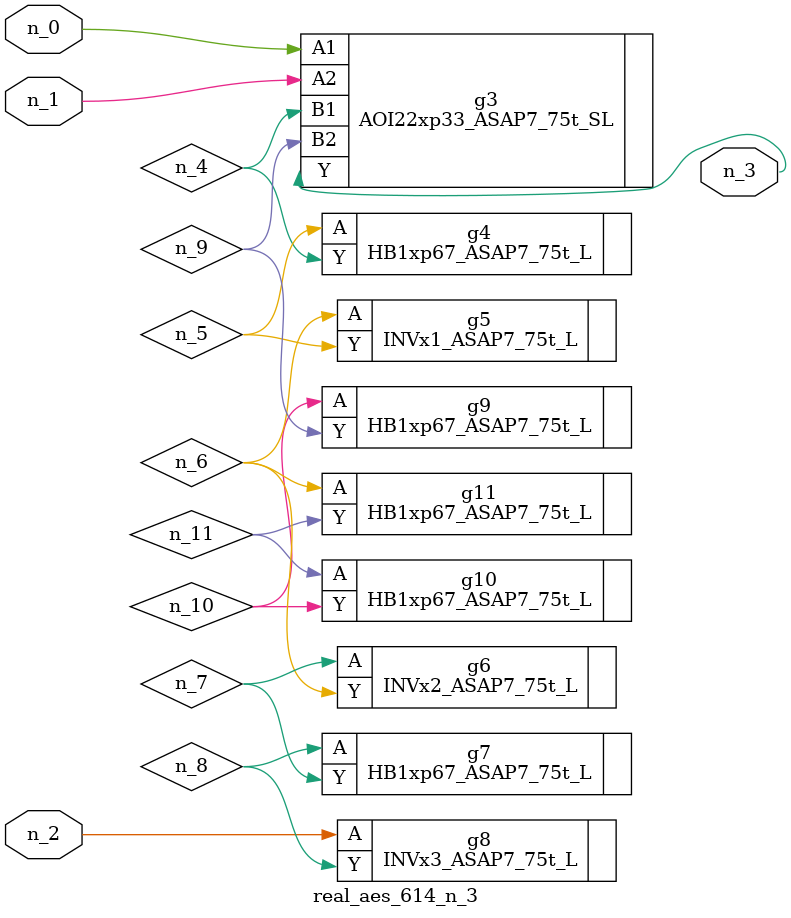
<source format=v>
module real_aes_614_n_3 (n_0, n_2, n_1, n_3);
input n_0;
input n_2;
input n_1;
output n_3;
wire n_4;
wire n_5;
wire n_7;
wire n_9;
wire n_6;
wire n_8;
wire n_10;
wire n_11;
AOI22xp33_ASAP7_75t_SL g3 ( .A1(n_0), .A2(n_1), .B1(n_4), .B2(n_9), .Y(n_3) );
INVx3_ASAP7_75t_L g8 ( .A(n_2), .Y(n_8) );
HB1xp67_ASAP7_75t_L g4 ( .A(n_5), .Y(n_4) );
INVx1_ASAP7_75t_L g5 ( .A(n_6), .Y(n_5) );
HB1xp67_ASAP7_75t_L g11 ( .A(n_6), .Y(n_11) );
INVx2_ASAP7_75t_L g6 ( .A(n_7), .Y(n_6) );
HB1xp67_ASAP7_75t_L g7 ( .A(n_8), .Y(n_7) );
HB1xp67_ASAP7_75t_L g9 ( .A(n_10), .Y(n_9) );
HB1xp67_ASAP7_75t_L g10 ( .A(n_11), .Y(n_10) );
endmodule
</source>
